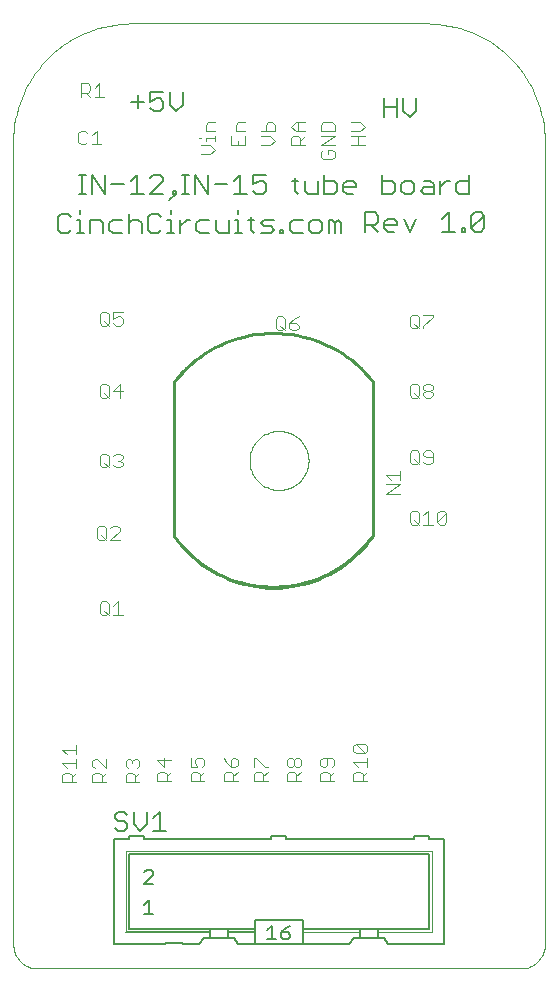
<source format=gto>
G75*
G70*
%OFA0B0*%
%FSLAX24Y24*%
%IPPOS*%
%LPD*%
%AMOC8*
5,1,8,0,0,1.08239X$1,22.5*
%
%ADD10C,0.0000*%
%ADD11C,0.0060*%
%ADD12C,0.0040*%
%ADD13C,0.0050*%
%ADD14C,0.0020*%
%ADD15C,0.0070*%
%ADD16C,0.0100*%
D10*
X000100Y000887D02*
X000100Y027659D01*
X000104Y027846D01*
X000118Y028033D01*
X000140Y028219D01*
X000171Y028404D01*
X000211Y028587D01*
X000259Y028768D01*
X000317Y028947D01*
X000382Y029122D01*
X000456Y029294D01*
X000538Y029463D01*
X000627Y029628D01*
X000725Y029788D01*
X000830Y029943D01*
X000942Y030093D01*
X001062Y030237D01*
X001188Y030376D01*
X001320Y030508D01*
X001459Y030634D01*
X001603Y030754D01*
X001753Y030866D01*
X001908Y030971D01*
X002068Y031069D01*
X002233Y031158D01*
X002402Y031240D01*
X002574Y031314D01*
X002749Y031379D01*
X002928Y031437D01*
X003109Y031485D01*
X003292Y031525D01*
X003477Y031556D01*
X003663Y031578D01*
X003850Y031592D01*
X004037Y031596D01*
X013880Y031596D01*
X014067Y031592D01*
X014254Y031578D01*
X014440Y031556D01*
X014625Y031525D01*
X014808Y031485D01*
X014989Y031437D01*
X015168Y031379D01*
X015343Y031314D01*
X015515Y031240D01*
X015684Y031158D01*
X015848Y031069D01*
X016009Y030971D01*
X016164Y030866D01*
X016314Y030754D01*
X016458Y030634D01*
X016597Y030508D01*
X016729Y030376D01*
X016855Y030237D01*
X016975Y030093D01*
X017087Y029943D01*
X017192Y029788D01*
X017290Y029628D01*
X017379Y029463D01*
X017461Y029294D01*
X017535Y029122D01*
X017600Y028947D01*
X017658Y028768D01*
X017706Y028587D01*
X017746Y028404D01*
X017777Y028219D01*
X017799Y028033D01*
X017813Y027846D01*
X017817Y027659D01*
X017817Y000887D01*
X017816Y000887D02*
X017814Y000833D01*
X017809Y000780D01*
X017800Y000727D01*
X017787Y000675D01*
X017771Y000623D01*
X017751Y000573D01*
X017728Y000525D01*
X017701Y000478D01*
X017672Y000433D01*
X017639Y000390D01*
X017604Y000350D01*
X017566Y000312D01*
X017526Y000277D01*
X017483Y000244D01*
X017438Y000215D01*
X017391Y000188D01*
X017343Y000165D01*
X017293Y000145D01*
X017241Y000129D01*
X017189Y000116D01*
X017136Y000107D01*
X017083Y000102D01*
X017029Y000100D01*
X000887Y000100D01*
X000833Y000102D01*
X000780Y000107D01*
X000727Y000116D01*
X000675Y000129D01*
X000623Y000145D01*
X000573Y000165D01*
X000525Y000188D01*
X000478Y000215D01*
X000433Y000244D01*
X000390Y000277D01*
X000350Y000312D01*
X000312Y000350D01*
X000277Y000390D01*
X000244Y000433D01*
X000215Y000478D01*
X000188Y000525D01*
X000165Y000573D01*
X000145Y000623D01*
X000129Y000675D01*
X000116Y000727D01*
X000107Y000780D01*
X000102Y000833D01*
X000100Y000887D01*
X007974Y017029D02*
X007976Y017091D01*
X007982Y017154D01*
X007992Y017215D01*
X008006Y017276D01*
X008023Y017336D01*
X008044Y017395D01*
X008070Y017452D01*
X008098Y017507D01*
X008130Y017561D01*
X008166Y017612D01*
X008204Y017662D01*
X008246Y017708D01*
X008290Y017752D01*
X008338Y017793D01*
X008387Y017831D01*
X008439Y017865D01*
X008493Y017896D01*
X008549Y017924D01*
X008607Y017948D01*
X008666Y017969D01*
X008726Y017985D01*
X008787Y017998D01*
X008849Y018007D01*
X008911Y018012D01*
X008974Y018013D01*
X009036Y018010D01*
X009098Y018003D01*
X009160Y017992D01*
X009220Y017977D01*
X009280Y017959D01*
X009338Y017937D01*
X009395Y017911D01*
X009450Y017881D01*
X009503Y017848D01*
X009554Y017812D01*
X009602Y017773D01*
X009648Y017730D01*
X009691Y017685D01*
X009731Y017637D01*
X009768Y017587D01*
X009802Y017534D01*
X009833Y017480D01*
X009859Y017424D01*
X009883Y017366D01*
X009902Y017306D01*
X009918Y017246D01*
X009930Y017184D01*
X009938Y017123D01*
X009942Y017060D01*
X009942Y016998D01*
X009938Y016935D01*
X009930Y016874D01*
X009918Y016812D01*
X009902Y016752D01*
X009883Y016692D01*
X009859Y016634D01*
X009833Y016578D01*
X009802Y016524D01*
X009768Y016471D01*
X009731Y016421D01*
X009691Y016373D01*
X009648Y016328D01*
X009602Y016285D01*
X009554Y016246D01*
X009503Y016210D01*
X009450Y016177D01*
X009395Y016147D01*
X009338Y016121D01*
X009280Y016099D01*
X009220Y016081D01*
X009160Y016066D01*
X009098Y016055D01*
X009036Y016048D01*
X008974Y016045D01*
X008911Y016046D01*
X008849Y016051D01*
X008787Y016060D01*
X008726Y016073D01*
X008666Y016089D01*
X008607Y016110D01*
X008549Y016134D01*
X008493Y016162D01*
X008439Y016193D01*
X008387Y016227D01*
X008338Y016265D01*
X008290Y016306D01*
X008246Y016350D01*
X008204Y016396D01*
X008166Y016446D01*
X008130Y016497D01*
X008098Y016551D01*
X008070Y016606D01*
X008044Y016663D01*
X008023Y016722D01*
X008006Y016782D01*
X007992Y016843D01*
X007982Y016904D01*
X007976Y016967D01*
X007974Y017029D01*
D11*
X008138Y024618D02*
X008032Y024725D01*
X008032Y025152D01*
X008138Y025045D02*
X007925Y025045D01*
X007709Y024618D02*
X007495Y024618D01*
X007602Y024618D02*
X007602Y025045D01*
X007495Y025045D01*
X007278Y025045D02*
X007278Y024618D01*
X006957Y024618D01*
X006851Y024725D01*
X006851Y025045D01*
X006633Y025045D02*
X006313Y025045D01*
X006206Y024938D01*
X006206Y024725D01*
X006313Y024618D01*
X006633Y024618D01*
X005989Y025045D02*
X005882Y025045D01*
X005669Y024832D01*
X005669Y025045D02*
X005669Y024618D01*
X005453Y024618D02*
X005239Y024618D01*
X005346Y024618D02*
X005346Y025045D01*
X005239Y025045D01*
X005346Y025259D02*
X005346Y025365D01*
X005022Y025152D02*
X004915Y025259D01*
X004701Y025259D01*
X004595Y025152D01*
X004595Y024725D01*
X004701Y024618D01*
X004915Y024618D01*
X005022Y024725D01*
X004377Y024618D02*
X004377Y024938D01*
X004270Y025045D01*
X004057Y025045D01*
X003950Y024938D01*
X003950Y024618D02*
X003950Y025259D01*
X003733Y025045D02*
X003412Y025045D01*
X003305Y024938D01*
X003305Y024725D01*
X003412Y024618D01*
X003733Y024618D01*
X003088Y024618D02*
X003088Y024938D01*
X002981Y025045D01*
X002661Y025045D01*
X002661Y024618D01*
X002445Y024618D02*
X002231Y024618D01*
X002338Y024618D02*
X002338Y025045D01*
X002231Y025045D01*
X002338Y025259D02*
X002338Y025365D01*
X002014Y025152D02*
X001907Y025259D01*
X001693Y025259D01*
X001587Y025152D01*
X001587Y024725D01*
X001693Y024618D01*
X001907Y024618D01*
X002014Y024725D01*
X002295Y025917D02*
X002509Y025917D01*
X002402Y025917D02*
X002402Y026558D01*
X002295Y026558D02*
X002509Y026558D01*
X002725Y026558D02*
X003152Y025917D01*
X003152Y026558D01*
X003370Y026238D02*
X003797Y026238D01*
X004014Y026344D02*
X004228Y026558D01*
X004228Y025917D01*
X004441Y025917D02*
X004014Y025917D01*
X004659Y025917D02*
X005086Y026344D01*
X005086Y026451D01*
X004979Y026558D01*
X004765Y026558D01*
X004659Y026451D01*
X004659Y025917D02*
X005086Y025917D01*
X005303Y025704D02*
X005517Y025917D01*
X005410Y025917D01*
X005410Y026024D01*
X005517Y026024D01*
X005517Y025917D01*
X005733Y025917D02*
X005946Y025917D01*
X005840Y025917D02*
X005840Y026558D01*
X005946Y026558D02*
X005733Y026558D01*
X006163Y026558D02*
X006163Y025917D01*
X006590Y025917D02*
X006163Y026558D01*
X006590Y026558D02*
X006590Y025917D01*
X006807Y026238D02*
X007234Y026238D01*
X007452Y026344D02*
X007665Y026558D01*
X007665Y025917D01*
X007452Y025917D02*
X007879Y025917D01*
X008096Y026024D02*
X008203Y025917D01*
X008417Y025917D01*
X008523Y026024D01*
X008523Y026238D01*
X008417Y026344D01*
X008310Y026344D01*
X008096Y026238D01*
X008096Y026558D01*
X008523Y026558D01*
X009385Y026344D02*
X009599Y026344D01*
X009492Y026451D02*
X009492Y026024D01*
X009599Y025917D01*
X009815Y026024D02*
X009922Y025917D01*
X010242Y025917D01*
X010242Y026344D01*
X010460Y026344D02*
X010780Y026344D01*
X010887Y026238D01*
X010887Y026024D01*
X010780Y025917D01*
X010460Y025917D01*
X010460Y026558D01*
X011104Y026238D02*
X011211Y026344D01*
X011424Y026344D01*
X011531Y026238D01*
X011531Y026131D01*
X011104Y026131D01*
X011104Y026024D02*
X011104Y026238D01*
X011104Y026024D02*
X011211Y025917D01*
X011424Y025917D01*
X011823Y025298D02*
X012143Y025298D01*
X012250Y025191D01*
X012250Y024978D01*
X012143Y024871D01*
X011823Y024871D01*
X011823Y024658D02*
X011823Y025298D01*
X012036Y024871D02*
X012250Y024658D01*
X012467Y024764D02*
X012467Y024978D01*
X012574Y025085D01*
X012788Y025085D01*
X012894Y024978D01*
X012894Y024871D01*
X012467Y024871D01*
X012467Y024764D02*
X012574Y024658D01*
X012788Y024658D01*
X013112Y025085D02*
X013326Y024658D01*
X013539Y025085D01*
X013358Y025917D02*
X013145Y025917D01*
X013038Y026024D01*
X013038Y026238D01*
X013145Y026344D01*
X013358Y026344D01*
X013465Y026238D01*
X013465Y026024D01*
X013358Y025917D01*
X013682Y026024D02*
X013789Y025917D01*
X014109Y025917D01*
X014109Y026238D01*
X014003Y026344D01*
X013789Y026344D01*
X013789Y026131D02*
X014109Y026131D01*
X014327Y026131D02*
X014540Y026344D01*
X014647Y026344D01*
X014864Y026238D02*
X014971Y026344D01*
X015291Y026344D01*
X015291Y026558D02*
X015291Y025917D01*
X014971Y025917D01*
X014864Y026024D01*
X014864Y026238D01*
X014327Y026344D02*
X014327Y025917D01*
X014615Y025298D02*
X014401Y025085D01*
X014615Y025298D02*
X014615Y024658D01*
X014828Y024658D02*
X014401Y024658D01*
X015046Y024658D02*
X015152Y024658D01*
X015152Y024764D01*
X015046Y024764D01*
X015046Y024658D01*
X015368Y024764D02*
X015368Y025191D01*
X015475Y025298D01*
X015688Y025298D01*
X015795Y025191D01*
X015368Y024764D01*
X015475Y024658D01*
X015688Y024658D01*
X015795Y024764D01*
X015795Y025191D01*
X013789Y026131D02*
X013682Y026024D01*
X012820Y026024D02*
X012820Y026238D01*
X012714Y026344D01*
X012393Y026344D01*
X012393Y026558D02*
X012393Y025917D01*
X012714Y025917D01*
X012820Y026024D01*
X012880Y028476D02*
X012880Y029117D01*
X012880Y028797D02*
X012453Y028797D01*
X012453Y029117D02*
X012453Y028476D01*
X013097Y028690D02*
X013311Y028476D01*
X013524Y028690D01*
X013524Y029117D01*
X013097Y029117D02*
X013097Y028690D01*
X010931Y025045D02*
X011037Y024938D01*
X011037Y024618D01*
X010824Y024618D02*
X010824Y024938D01*
X010931Y025045D01*
X010824Y024938D02*
X010717Y025045D01*
X010610Y025045D01*
X010610Y024618D01*
X010393Y024725D02*
X010393Y024938D01*
X010286Y025045D01*
X010073Y025045D01*
X009966Y024938D01*
X009966Y024725D01*
X010073Y024618D01*
X010286Y024618D01*
X010393Y024725D01*
X009748Y024618D02*
X009428Y024618D01*
X009321Y024725D01*
X009321Y024938D01*
X009428Y025045D01*
X009748Y025045D01*
X009106Y024725D02*
X009106Y024618D01*
X008999Y024618D01*
X008999Y024725D01*
X009106Y024725D01*
X008781Y024725D02*
X008675Y024832D01*
X008461Y024832D01*
X008354Y024938D01*
X008461Y025045D01*
X008781Y025045D01*
X008781Y024725D02*
X008675Y024618D01*
X008354Y024618D01*
X007602Y025259D02*
X007602Y025365D01*
X009815Y026024D02*
X009815Y026344D01*
X005744Y028887D02*
X005744Y029314D01*
X005744Y028887D02*
X005530Y028673D01*
X005317Y028887D01*
X005317Y029314D01*
X005099Y029314D02*
X004672Y029314D01*
X004672Y028994D01*
X004886Y029100D01*
X004992Y029100D01*
X005099Y028994D01*
X005099Y028780D01*
X004992Y028673D01*
X004779Y028673D01*
X004672Y028780D01*
X004455Y028994D02*
X004028Y028994D01*
X004241Y029207D02*
X004241Y028780D01*
X002725Y026558D02*
X002725Y025917D01*
D12*
X002726Y027566D02*
X003033Y027566D01*
X002880Y027566D02*
X002880Y028027D01*
X002726Y027873D01*
X002573Y027950D02*
X002496Y028027D01*
X002342Y028027D01*
X002266Y027950D01*
X002266Y027643D01*
X002342Y027566D01*
X002496Y027566D01*
X002573Y027643D01*
X002662Y029141D02*
X002509Y029295D01*
X002585Y029295D02*
X002355Y029295D01*
X002355Y029141D02*
X002355Y029602D01*
X002585Y029602D01*
X002662Y029525D01*
X002662Y029371D01*
X002585Y029295D01*
X002816Y029448D02*
X002969Y029602D01*
X002969Y029141D01*
X002816Y029141D02*
X003122Y029141D01*
X006277Y027768D02*
X006354Y027768D01*
X006507Y027768D02*
X006814Y027768D01*
X006814Y027691D02*
X006814Y027845D01*
X006814Y027998D02*
X006507Y027998D01*
X006507Y028228D01*
X006584Y028305D01*
X006814Y028305D01*
X006507Y027768D02*
X006507Y027691D01*
X006354Y027538D02*
X006661Y027538D01*
X006814Y027384D01*
X006661Y027231D01*
X006354Y027231D01*
X007354Y027538D02*
X007814Y027538D01*
X007814Y027845D01*
X007814Y027998D02*
X007507Y027998D01*
X007507Y028228D01*
X007584Y028305D01*
X007814Y028305D01*
X007354Y027845D02*
X007354Y027538D01*
X007584Y027538D02*
X007584Y027691D01*
X008354Y027538D02*
X008661Y027538D01*
X008814Y027691D01*
X008661Y027845D01*
X008354Y027845D01*
X008354Y027998D02*
X008814Y027998D01*
X008814Y028228D01*
X008738Y028305D01*
X008584Y028305D01*
X008507Y028228D01*
X008507Y027998D01*
X009354Y028152D02*
X009507Y028305D01*
X009814Y028305D01*
X009584Y028305D02*
X009584Y027998D01*
X009507Y027998D02*
X009354Y028152D01*
X009507Y027998D02*
X009814Y027998D01*
X009814Y027845D02*
X009661Y027691D01*
X009661Y027768D02*
X009661Y027538D01*
X009814Y027538D02*
X009354Y027538D01*
X009354Y027768D01*
X009431Y027845D01*
X009584Y027845D01*
X009661Y027768D01*
X010354Y027845D02*
X010814Y027845D01*
X010354Y027538D01*
X010814Y027538D01*
X010738Y027384D02*
X010814Y027308D01*
X010814Y027154D01*
X010738Y027077D01*
X010431Y027077D01*
X010354Y027154D01*
X010354Y027308D01*
X010431Y027384D01*
X010584Y027384D02*
X010584Y027231D01*
X010584Y027384D02*
X010738Y027384D01*
X010814Y027998D02*
X010354Y027998D01*
X010354Y028228D01*
X010431Y028305D01*
X010738Y028305D01*
X010814Y028228D01*
X010814Y027998D01*
X011354Y027998D02*
X011661Y027998D01*
X011814Y028152D01*
X011661Y028305D01*
X011354Y028305D01*
X011354Y027845D02*
X011814Y027845D01*
X011584Y027845D02*
X011584Y027538D01*
X011814Y027538D02*
X011354Y027538D01*
X013388Y021893D02*
X013541Y021893D01*
X013618Y021817D01*
X013618Y021510D01*
X013541Y021433D01*
X013388Y021433D01*
X013311Y021510D01*
X013311Y021817D01*
X013388Y021893D01*
X013464Y021586D02*
X013618Y021433D01*
X013771Y021433D02*
X013771Y021510D01*
X014078Y021817D01*
X014078Y021893D01*
X013771Y021893D01*
X013848Y019582D02*
X013771Y019506D01*
X013771Y019429D01*
X013848Y019352D01*
X014002Y019352D01*
X014078Y019275D01*
X014078Y019199D01*
X014002Y019122D01*
X013848Y019122D01*
X013771Y019199D01*
X013771Y019275D01*
X013848Y019352D01*
X014002Y019352D02*
X014078Y019429D01*
X014078Y019506D01*
X014002Y019582D01*
X013848Y019582D01*
X013618Y019506D02*
X013618Y019199D01*
X013541Y019122D01*
X013388Y019122D01*
X013311Y019199D01*
X013311Y019506D01*
X013388Y019582D01*
X013541Y019582D01*
X013618Y019506D01*
X013464Y019275D02*
X013618Y019122D01*
X013541Y017370D02*
X013388Y017370D01*
X013311Y017293D01*
X013311Y016986D01*
X013388Y016909D01*
X013541Y016909D01*
X013618Y016986D01*
X013618Y017293D01*
X013541Y017370D01*
X013771Y017293D02*
X013771Y017216D01*
X013848Y017140D01*
X014078Y017140D01*
X014078Y017293D02*
X014002Y017370D01*
X013848Y017370D01*
X013771Y017293D01*
X013771Y016986D02*
X013848Y016909D01*
X014002Y016909D01*
X014078Y016986D01*
X014078Y017293D01*
X013618Y016909D02*
X013464Y017063D01*
X013001Y016691D02*
X013001Y016385D01*
X013001Y016538D02*
X012540Y016538D01*
X012694Y016385D01*
X012540Y016231D02*
X013001Y016231D01*
X012540Y015924D01*
X013001Y015924D01*
X013388Y015354D02*
X013541Y015354D01*
X013618Y015277D01*
X013618Y014970D01*
X013541Y014894D01*
X013388Y014894D01*
X013311Y014970D01*
X013311Y015277D01*
X013388Y015354D01*
X013464Y015047D02*
X013618Y014894D01*
X013771Y014894D02*
X014078Y014894D01*
X013925Y014894D02*
X013925Y015354D01*
X013771Y015201D01*
X014232Y015277D02*
X014232Y014970D01*
X014539Y015277D01*
X014539Y014970D01*
X014462Y014894D01*
X014308Y014894D01*
X014232Y014970D01*
X014232Y015277D02*
X014308Y015354D01*
X014462Y015354D01*
X014539Y015277D01*
X011824Y007582D02*
X011517Y007582D01*
X011824Y007275D01*
X011900Y007351D01*
X011900Y007505D01*
X011824Y007582D01*
X011517Y007582D02*
X011440Y007505D01*
X011440Y007351D01*
X011517Y007275D01*
X011824Y007275D01*
X011900Y007121D02*
X011900Y006814D01*
X011900Y006661D02*
X011747Y006507D01*
X011747Y006584D02*
X011747Y006354D01*
X011900Y006354D02*
X011440Y006354D01*
X011440Y006584D01*
X011517Y006661D01*
X011670Y006661D01*
X011747Y006584D01*
X011594Y006814D02*
X011440Y006968D01*
X011900Y006968D01*
X010794Y006891D02*
X010794Y007044D01*
X010717Y007121D01*
X010411Y007121D01*
X010334Y007044D01*
X010334Y006891D01*
X010411Y006814D01*
X010487Y006814D01*
X010564Y006891D01*
X010564Y007121D01*
X010794Y006891D02*
X010717Y006814D01*
X010794Y006661D02*
X010641Y006507D01*
X010641Y006584D02*
X010641Y006354D01*
X010794Y006354D02*
X010334Y006354D01*
X010334Y006584D01*
X010411Y006661D01*
X010564Y006661D01*
X010641Y006584D01*
X009688Y006661D02*
X009534Y006507D01*
X009534Y006584D02*
X009534Y006354D01*
X009688Y006354D02*
X009227Y006354D01*
X009227Y006584D01*
X009304Y006661D01*
X009458Y006661D01*
X009534Y006584D01*
X009534Y006814D02*
X009458Y006891D01*
X009458Y007044D01*
X009534Y007121D01*
X009611Y007121D01*
X009688Y007044D01*
X009688Y006891D01*
X009611Y006814D01*
X009534Y006814D01*
X009458Y006891D02*
X009381Y006814D01*
X009304Y006814D01*
X009227Y006891D01*
X009227Y007044D01*
X009304Y007121D01*
X009381Y007121D01*
X009458Y007044D01*
X008582Y006814D02*
X008505Y006814D01*
X008198Y007121D01*
X008121Y007121D01*
X008121Y006814D01*
X008198Y006661D02*
X008351Y006661D01*
X008428Y006584D01*
X008428Y006354D01*
X008428Y006507D02*
X008582Y006661D01*
X008582Y006354D02*
X008121Y006354D01*
X008121Y006584D01*
X008198Y006661D01*
X007574Y006661D02*
X007420Y006507D01*
X007420Y006584D02*
X007420Y006354D01*
X007574Y006354D02*
X007113Y006354D01*
X007113Y006584D01*
X007190Y006661D01*
X007344Y006661D01*
X007420Y006584D01*
X007344Y006814D02*
X007344Y007044D01*
X007420Y007121D01*
X007497Y007121D01*
X007574Y007044D01*
X007574Y006891D01*
X007497Y006814D01*
X007344Y006814D01*
X007190Y006968D01*
X007113Y007121D01*
X006467Y007044D02*
X006467Y006891D01*
X006391Y006814D01*
X006237Y006814D02*
X006160Y006968D01*
X006160Y007044D01*
X006237Y007121D01*
X006391Y007121D01*
X006467Y007044D01*
X006237Y006814D02*
X006007Y006814D01*
X006007Y007121D01*
X006084Y006661D02*
X006237Y006661D01*
X006314Y006584D01*
X006314Y006354D01*
X006314Y006507D02*
X006467Y006661D01*
X006467Y006354D02*
X006007Y006354D01*
X006007Y006584D01*
X006084Y006661D01*
X005361Y006661D02*
X005208Y006507D01*
X005208Y006584D02*
X005208Y006354D01*
X005361Y006354D02*
X004901Y006354D01*
X004901Y006584D01*
X004977Y006661D01*
X005131Y006661D01*
X005208Y006584D01*
X005131Y006814D02*
X005131Y007121D01*
X005361Y007044D02*
X004901Y007044D01*
X005131Y006814D01*
X004302Y006856D02*
X004225Y006779D01*
X004302Y006856D02*
X004302Y007009D01*
X004225Y007086D01*
X004149Y007086D01*
X004072Y007009D01*
X004072Y006932D01*
X004072Y007009D02*
X003995Y007086D01*
X003918Y007086D01*
X003842Y007009D01*
X003842Y006856D01*
X003918Y006779D01*
X003918Y006625D02*
X004072Y006625D01*
X004149Y006549D01*
X004149Y006318D01*
X004302Y006318D02*
X003842Y006318D01*
X003842Y006549D01*
X003918Y006625D01*
X004149Y006472D02*
X004302Y006625D01*
X003196Y006625D02*
X003042Y006472D01*
X003042Y006549D02*
X003042Y006318D01*
X003196Y006318D02*
X002735Y006318D01*
X002735Y006549D01*
X002812Y006625D01*
X002966Y006625D01*
X003042Y006549D01*
X003196Y006779D02*
X002889Y007086D01*
X002812Y007086D01*
X002735Y007009D01*
X002735Y006856D01*
X002812Y006779D01*
X003196Y006779D02*
X003196Y007086D01*
X002196Y007086D02*
X002196Y006779D01*
X002196Y006932D02*
X001735Y006932D01*
X001889Y006779D01*
X001966Y006625D02*
X002042Y006549D01*
X002042Y006318D01*
X002196Y006318D02*
X001735Y006318D01*
X001735Y006549D01*
X001812Y006625D01*
X001966Y006625D01*
X002042Y006472D02*
X002196Y006625D01*
X002196Y007239D02*
X002196Y007546D01*
X002196Y007393D02*
X001735Y007393D01*
X001889Y007239D01*
X003053Y011874D02*
X002976Y011951D01*
X002976Y012258D01*
X003053Y012334D01*
X003206Y012334D01*
X003283Y012258D01*
X003283Y011951D01*
X003206Y011874D01*
X003053Y011874D01*
X003130Y012027D02*
X003283Y011874D01*
X003437Y011874D02*
X003744Y011874D01*
X003590Y011874D02*
X003590Y012334D01*
X003437Y012181D01*
X003338Y014386D02*
X003645Y014693D01*
X003645Y014769D01*
X003568Y014846D01*
X003415Y014846D01*
X003338Y014769D01*
X003185Y014769D02*
X003185Y014462D01*
X003108Y014386D01*
X002955Y014386D01*
X002878Y014462D01*
X002878Y014769D01*
X002955Y014846D01*
X003108Y014846D01*
X003185Y014769D01*
X003031Y014539D02*
X003185Y014386D01*
X003338Y014386D02*
X003645Y014386D01*
X003667Y016799D02*
X003513Y016799D01*
X003437Y016876D01*
X003283Y016876D02*
X003283Y017183D01*
X003206Y017260D01*
X003053Y017260D01*
X002976Y017183D01*
X002976Y016876D01*
X003053Y016799D01*
X003206Y016799D01*
X003283Y016876D01*
X003283Y016799D02*
X003130Y016953D01*
X003437Y017183D02*
X003513Y017260D01*
X003667Y017260D01*
X003744Y017183D01*
X003744Y017106D01*
X003667Y017029D01*
X003744Y016953D01*
X003744Y016876D01*
X003667Y016799D01*
X003667Y017029D02*
X003590Y017029D01*
X003667Y019114D02*
X003667Y019574D01*
X003437Y019344D01*
X003744Y019344D01*
X003283Y019191D02*
X003206Y019114D01*
X003053Y019114D01*
X002976Y019191D01*
X002976Y019498D01*
X003053Y019574D01*
X003206Y019574D01*
X003283Y019498D01*
X003283Y019191D01*
X003283Y019114D02*
X003130Y019268D01*
X003206Y021527D02*
X003053Y021527D01*
X002976Y021604D01*
X002976Y021911D01*
X003053Y021988D01*
X003206Y021988D01*
X003283Y021911D01*
X003283Y021604D01*
X003206Y021527D01*
X003283Y021527D02*
X003130Y021681D01*
X003437Y021758D02*
X003590Y021834D01*
X003667Y021834D01*
X003744Y021758D01*
X003744Y021604D01*
X003667Y021527D01*
X003513Y021527D01*
X003437Y021604D01*
X003437Y021758D02*
X003437Y021988D01*
X003744Y021988D01*
X008843Y021754D02*
X008843Y021447D01*
X008920Y021370D01*
X009073Y021370D01*
X009150Y021447D01*
X009150Y021754D01*
X009073Y021830D01*
X008920Y021830D01*
X008843Y021754D01*
X008996Y021523D02*
X009150Y021370D01*
X009303Y021447D02*
X009380Y021370D01*
X009534Y021370D01*
X009610Y021447D01*
X009610Y021523D01*
X009534Y021600D01*
X009303Y021600D01*
X009303Y021447D01*
X009303Y021600D02*
X009457Y021754D01*
X009610Y021830D01*
D13*
X012083Y019654D02*
X011952Y019813D01*
X011813Y019965D01*
X011667Y020110D01*
X011514Y020248D01*
X011355Y020378D01*
X011189Y020501D01*
X011017Y020615D01*
X010841Y020721D01*
X010659Y020817D01*
X010472Y020905D01*
X010282Y020984D01*
X010088Y021053D01*
X009891Y021112D01*
X009691Y021162D01*
X009489Y021202D01*
X009285Y021233D01*
X009080Y021253D01*
X008874Y021263D01*
X008668Y021263D01*
X008462Y021253D01*
X008257Y021233D01*
X008053Y021202D01*
X007851Y021162D01*
X007651Y021112D01*
X007454Y021053D01*
X007260Y020984D01*
X007070Y020905D01*
X006883Y020817D01*
X006701Y020721D01*
X006525Y020615D01*
X006353Y020501D01*
X006187Y020378D01*
X006028Y020248D01*
X005875Y020110D01*
X005729Y019965D01*
X005590Y019813D01*
X005459Y019654D01*
X005458Y014529D02*
X005578Y014370D01*
X005704Y014218D01*
X005838Y014071D01*
X005980Y013932D01*
X006127Y013799D01*
X006281Y013674D01*
X006441Y013557D01*
X006607Y013447D01*
X006777Y013346D01*
X006952Y013253D01*
X007132Y013168D01*
X007316Y013093D01*
X007503Y013027D01*
X007693Y012969D01*
X007885Y012922D01*
X008080Y012883D01*
X008276Y012854D01*
X008474Y012835D01*
X008672Y012825D01*
X008870Y012825D01*
X009068Y012835D01*
X009266Y012854D01*
X009462Y012883D01*
X009657Y012922D01*
X009849Y012969D01*
X010039Y013027D01*
X010226Y013093D01*
X010410Y013168D01*
X010590Y013253D01*
X010765Y013346D01*
X010935Y013447D01*
X011101Y013557D01*
X011261Y013674D01*
X011415Y013799D01*
X011562Y013932D01*
X011704Y014071D01*
X011838Y014218D01*
X011964Y014370D01*
X012084Y014529D01*
X013443Y004501D02*
X013443Y004401D01*
X009193Y004401D01*
X009193Y004501D01*
X008693Y004501D01*
X008693Y004401D01*
X004443Y004401D01*
X004443Y004501D01*
X003943Y004501D01*
X003943Y004401D01*
X003443Y004401D01*
X003443Y000901D01*
X005143Y000901D01*
X005143Y000951D01*
X005743Y000951D01*
X005743Y000901D01*
X006293Y000901D01*
X006443Y001101D01*
X006643Y001101D01*
X007243Y001101D01*
X007443Y001101D01*
X007593Y000901D01*
X008143Y000901D01*
X008143Y001301D01*
X007243Y001301D01*
X007243Y001401D01*
X006643Y001401D01*
X003943Y001401D01*
X003943Y003901D01*
X013943Y003901D01*
X013943Y001401D01*
X012243Y001401D01*
X011643Y001401D01*
X009743Y001401D01*
X009743Y001301D01*
X009743Y000901D01*
X008143Y000901D01*
X008143Y001301D02*
X008143Y001401D01*
X007243Y001401D01*
X007243Y001301D02*
X007243Y001101D01*
X006643Y001101D02*
X006643Y001301D01*
X006643Y001401D01*
X006643Y001301D02*
X003843Y001301D01*
X004468Y001926D02*
X004768Y001926D01*
X004618Y001926D02*
X004618Y002377D01*
X004468Y002226D01*
X004468Y002926D02*
X004768Y003226D01*
X004768Y003302D01*
X004693Y003377D01*
X004543Y003377D01*
X004468Y003302D01*
X004468Y002926D02*
X004768Y002926D01*
X008143Y001701D02*
X008143Y001401D01*
X008143Y001701D02*
X009743Y001701D01*
X009743Y001401D01*
X009328Y001527D02*
X009178Y001452D01*
X009028Y001301D01*
X009253Y001301D01*
X009328Y001226D01*
X009328Y001151D01*
X009253Y001076D01*
X009103Y001076D01*
X009028Y001151D01*
X009028Y001301D01*
X008868Y001076D02*
X008568Y001076D01*
X008718Y001076D02*
X008718Y001527D01*
X008568Y001376D01*
X009743Y000901D02*
X011293Y000901D01*
X011443Y001101D01*
X011643Y001101D01*
X012243Y001101D01*
X012243Y001301D01*
X012243Y001401D01*
X012243Y001101D02*
X012443Y001101D01*
X012593Y000901D01*
X014443Y000901D01*
X014443Y004401D01*
X013943Y004401D01*
X013943Y004501D01*
X013443Y004501D01*
X011643Y001401D02*
X011643Y001301D01*
X011643Y001101D01*
D14*
X011643Y001301D02*
X009743Y001301D01*
X012243Y001301D02*
X014043Y001301D01*
X014043Y004001D01*
X003843Y004001D01*
X003843Y001301D01*
D15*
X003793Y004686D02*
X003583Y004686D01*
X003478Y004791D01*
X003583Y005001D02*
X003793Y005001D01*
X003898Y004896D01*
X003898Y004791D01*
X003793Y004686D01*
X003583Y005001D02*
X003478Y005107D01*
X003478Y005212D01*
X003583Y005317D01*
X003793Y005317D01*
X003898Y005212D01*
X004122Y005317D02*
X004122Y004896D01*
X004332Y004686D01*
X004542Y004896D01*
X004542Y005317D01*
X004767Y005107D02*
X004977Y005317D01*
X004977Y004686D01*
X004767Y004686D02*
X005187Y004686D01*
D16*
X005458Y014529D02*
X005458Y014592D01*
X005458Y019654D01*
X005459Y019654D02*
X005586Y019810D01*
X005720Y019960D01*
X005861Y020103D01*
X006009Y020239D01*
X006164Y020367D01*
X006324Y020489D01*
X006490Y020602D01*
X006661Y020707D01*
X006837Y020804D01*
X007018Y020893D01*
X007202Y020972D01*
X007390Y021043D01*
X007582Y021105D01*
X007776Y021157D01*
X007972Y021200D01*
X008170Y021234D01*
X008370Y021258D01*
X008570Y021272D01*
X008771Y021277D01*
X008972Y021272D01*
X009172Y021258D01*
X009372Y021234D01*
X009570Y021200D01*
X009766Y021157D01*
X009960Y021105D01*
X010152Y021043D01*
X010340Y020972D01*
X010524Y020893D01*
X010705Y020804D01*
X010881Y020707D01*
X011052Y020602D01*
X011218Y020489D01*
X011378Y020367D01*
X011533Y020239D01*
X011681Y020103D01*
X011822Y019960D01*
X011956Y019810D01*
X012083Y019654D01*
X012083Y014529D01*
X011969Y014371D01*
X011848Y014219D01*
X011719Y014074D01*
X011583Y013934D01*
X011440Y013802D01*
X011292Y013676D01*
X011137Y013558D01*
X010977Y013447D01*
X010812Y013344D01*
X010642Y013250D01*
X010468Y013163D01*
X010289Y013086D01*
X010107Y013016D01*
X009922Y012956D01*
X009735Y012905D01*
X009545Y012863D01*
X009353Y012830D01*
X009160Y012807D01*
X008966Y012793D01*
X008771Y012788D01*
X008576Y012793D01*
X008382Y012807D01*
X008189Y012830D01*
X007997Y012863D01*
X007807Y012905D01*
X007620Y012956D01*
X007435Y013016D01*
X007253Y013086D01*
X007074Y013163D01*
X006900Y013250D01*
X006730Y013344D01*
X006565Y013447D01*
X006405Y013558D01*
X006250Y013676D01*
X006102Y013802D01*
X005959Y013934D01*
X005823Y014074D01*
X005694Y014219D01*
X005573Y014371D01*
X005459Y014529D01*
M02*

</source>
